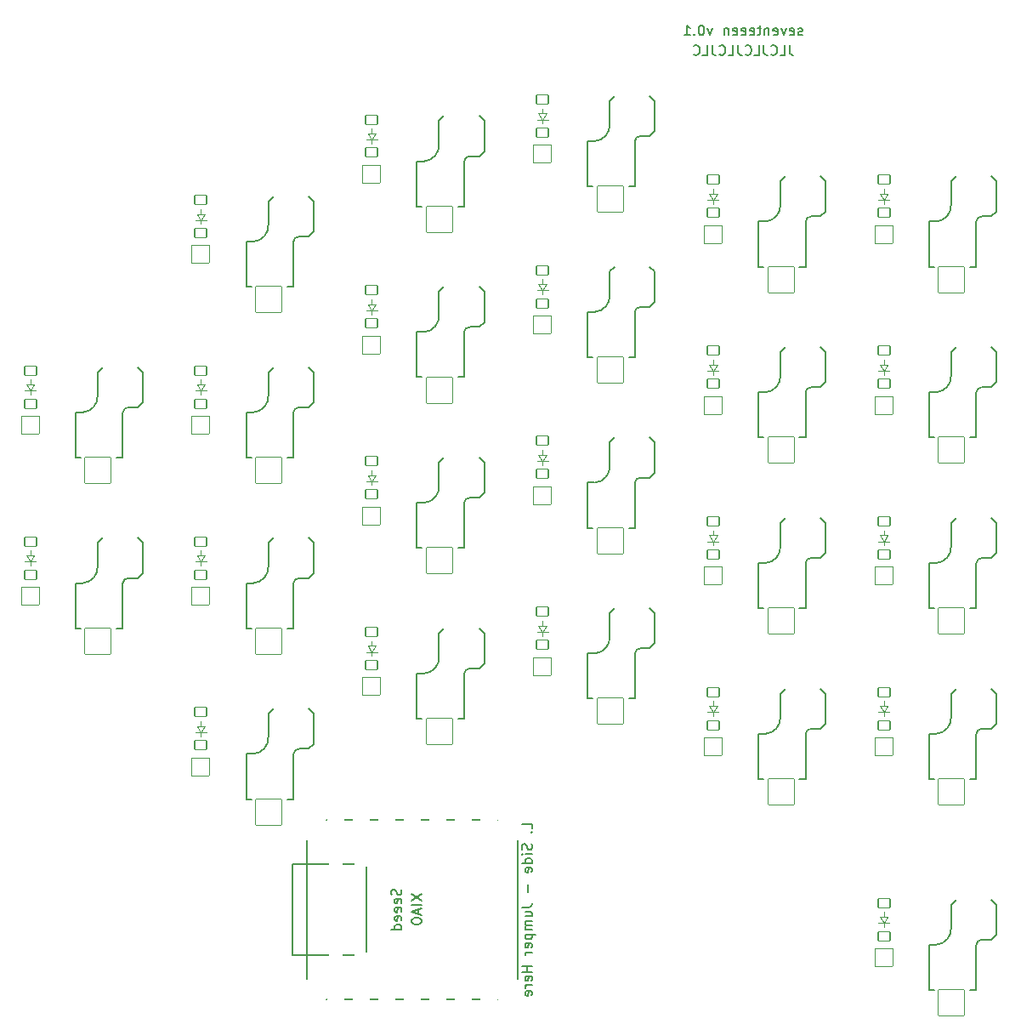
<source format=gbo>
%TF.GenerationSoftware,KiCad,Pcbnew,9.0.2*%
%TF.CreationDate,2025-05-25T15:47:58+02:00*%
%TF.ProjectId,kicad,6b696361-642e-46b6-9963-61645f706362,rev?*%
%TF.SameCoordinates,Original*%
%TF.FileFunction,Legend,Bot*%
%TF.FilePolarity,Positive*%
%FSLAX46Y46*%
G04 Gerber Fmt 4.6, Leading zero omitted, Abs format (unit mm)*
G04 Created by KiCad (PCBNEW 9.0.2) date 2025-05-25 15:47:58*
%MOMM*%
%LPD*%
G01*
G04 APERTURE LIST*
G04 Aperture macros list*
%AMRoundRect*
0 Rectangle with rounded corners*
0 $1 Rounding radius*
0 $2 $3 $4 $5 $6 $7 $8 $9 X,Y pos of 4 corners*
0 Add a 4 corners polygon primitive as box body*
4,1,4,$2,$3,$4,$5,$6,$7,$8,$9,$2,$3,0*
0 Add four circle primitives for the rounded corners*
1,1,$1+$1,$2,$3*
1,1,$1+$1,$4,$5*
1,1,$1+$1,$6,$7*
1,1,$1+$1,$8,$9*
0 Add four rect primitives between the rounded corners*
20,1,$1+$1,$2,$3,$4,$5,0*
20,1,$1+$1,$4,$5,$6,$7,0*
20,1,$1+$1,$6,$7,$8,$9,0*
20,1,$1+$1,$8,$9,$2,$3,0*%
%AMFreePoly0*
4,1,14,1.335355,1.335355,1.350000,1.300000,1.350000,-1.300000,1.335355,-1.335355,1.300000,-1.350000,-0.117000,-1.350000,-0.152355,-1.335355,-1.335355,-0.152355,-1.350000,-0.117000,-1.350000,1.300000,-1.335355,1.335355,-1.300000,1.350000,1.300000,1.350000,1.335355,1.335355,1.335355,1.335355,$1*%
%AMFreePoly1*
4,1,16,-0.214645,0.660355,-0.210957,0.656235,0.289043,0.031235,0.299694,-0.005522,0.289043,-0.031235,-0.210957,-0.656235,-0.244478,-0.674694,-0.250000,-0.675000,-0.500000,-0.675000,-0.535355,-0.660355,-0.550000,-0.625000,-0.550000,0.625000,-0.535355,0.660355,-0.500000,0.675000,-0.250000,0.675000,-0.214645,0.660355,-0.214645,0.660355,$1*%
%AMFreePoly2*
4,1,16,0.535355,0.660355,0.550000,0.625000,0.550000,-0.625000,0.535355,-0.660355,0.500000,-0.675000,-0.650000,-0.675000,-0.685355,-0.660355,-0.700000,-0.625000,-0.689043,-0.593765,-0.214031,0.000000,-0.689043,0.593765,-0.699694,0.630522,-0.681235,0.664043,-0.650000,0.675000,0.500000,0.675000,0.535355,0.660355,0.535355,0.660355,$1*%
G04 Aperture macros list end*
%ADD10C,0.150000*%
%ADD11C,0.127000*%
%ADD12C,0.100000*%
%ADD13C,3.500000*%
%ADD14C,2.000000*%
%ADD15C,3.100000*%
%ADD16FreePoly0,270.000000*%
%ADD17RoundRect,0.050000X-1.300000X1.300000X-1.300000X-1.300000X1.300000X-1.300000X1.300000X1.300000X0*%
%ADD18O,1.900000X2.850000*%
%ADD19C,0.900000*%
%ADD20FreePoly1,90.000000*%
%ADD21FreePoly2,90.000000*%
%ADD22FreePoly1,270.000000*%
%ADD23FreePoly2,270.000000*%
%ADD24RoundRect,0.050000X0.600000X-0.450000X0.600000X0.450000X-0.600000X0.450000X-0.600000X-0.450000X0*%
%ADD25RoundRect,0.050000X0.889000X-0.889000X0.889000X0.889000X-0.889000X0.889000X-0.889000X-0.889000X0*%
%ADD26C,2.005000*%
%ADD27C,2.300000*%
G04 APERTURE END LIST*
D10*
X94380952Y-15907200D02*
X94285714Y-15954819D01*
X94285714Y-15954819D02*
X94095238Y-15954819D01*
X94095238Y-15954819D02*
X94000000Y-15907200D01*
X94000000Y-15907200D02*
X93952381Y-15811961D01*
X93952381Y-15811961D02*
X93952381Y-15764342D01*
X93952381Y-15764342D02*
X94000000Y-15669104D01*
X94000000Y-15669104D02*
X94095238Y-15621485D01*
X94095238Y-15621485D02*
X94238095Y-15621485D01*
X94238095Y-15621485D02*
X94333333Y-15573866D01*
X94333333Y-15573866D02*
X94380952Y-15478628D01*
X94380952Y-15478628D02*
X94380952Y-15431009D01*
X94380952Y-15431009D02*
X94333333Y-15335771D01*
X94333333Y-15335771D02*
X94238095Y-15288152D01*
X94238095Y-15288152D02*
X94095238Y-15288152D01*
X94095238Y-15288152D02*
X94000000Y-15335771D01*
X93142857Y-15907200D02*
X93238095Y-15954819D01*
X93238095Y-15954819D02*
X93428571Y-15954819D01*
X93428571Y-15954819D02*
X93523809Y-15907200D01*
X93523809Y-15907200D02*
X93571428Y-15811961D01*
X93571428Y-15811961D02*
X93571428Y-15431009D01*
X93571428Y-15431009D02*
X93523809Y-15335771D01*
X93523809Y-15335771D02*
X93428571Y-15288152D01*
X93428571Y-15288152D02*
X93238095Y-15288152D01*
X93238095Y-15288152D02*
X93142857Y-15335771D01*
X93142857Y-15335771D02*
X93095238Y-15431009D01*
X93095238Y-15431009D02*
X93095238Y-15526247D01*
X93095238Y-15526247D02*
X93571428Y-15621485D01*
X92761904Y-15288152D02*
X92523809Y-15954819D01*
X92523809Y-15954819D02*
X92285714Y-15288152D01*
X91523809Y-15907200D02*
X91619047Y-15954819D01*
X91619047Y-15954819D02*
X91809523Y-15954819D01*
X91809523Y-15954819D02*
X91904761Y-15907200D01*
X91904761Y-15907200D02*
X91952380Y-15811961D01*
X91952380Y-15811961D02*
X91952380Y-15431009D01*
X91952380Y-15431009D02*
X91904761Y-15335771D01*
X91904761Y-15335771D02*
X91809523Y-15288152D01*
X91809523Y-15288152D02*
X91619047Y-15288152D01*
X91619047Y-15288152D02*
X91523809Y-15335771D01*
X91523809Y-15335771D02*
X91476190Y-15431009D01*
X91476190Y-15431009D02*
X91476190Y-15526247D01*
X91476190Y-15526247D02*
X91952380Y-15621485D01*
X91047618Y-15288152D02*
X91047618Y-15954819D01*
X91047618Y-15383390D02*
X90999999Y-15335771D01*
X90999999Y-15335771D02*
X90904761Y-15288152D01*
X90904761Y-15288152D02*
X90761904Y-15288152D01*
X90761904Y-15288152D02*
X90666666Y-15335771D01*
X90666666Y-15335771D02*
X90619047Y-15431009D01*
X90619047Y-15431009D02*
X90619047Y-15954819D01*
X90285713Y-15288152D02*
X89904761Y-15288152D01*
X90142856Y-14954819D02*
X90142856Y-15811961D01*
X90142856Y-15811961D02*
X90095237Y-15907200D01*
X90095237Y-15907200D02*
X89999999Y-15954819D01*
X89999999Y-15954819D02*
X89904761Y-15954819D01*
X89190475Y-15907200D02*
X89285713Y-15954819D01*
X89285713Y-15954819D02*
X89476189Y-15954819D01*
X89476189Y-15954819D02*
X89571427Y-15907200D01*
X89571427Y-15907200D02*
X89619046Y-15811961D01*
X89619046Y-15811961D02*
X89619046Y-15431009D01*
X89619046Y-15431009D02*
X89571427Y-15335771D01*
X89571427Y-15335771D02*
X89476189Y-15288152D01*
X89476189Y-15288152D02*
X89285713Y-15288152D01*
X89285713Y-15288152D02*
X89190475Y-15335771D01*
X89190475Y-15335771D02*
X89142856Y-15431009D01*
X89142856Y-15431009D02*
X89142856Y-15526247D01*
X89142856Y-15526247D02*
X89619046Y-15621485D01*
X88333332Y-15907200D02*
X88428570Y-15954819D01*
X88428570Y-15954819D02*
X88619046Y-15954819D01*
X88619046Y-15954819D02*
X88714284Y-15907200D01*
X88714284Y-15907200D02*
X88761903Y-15811961D01*
X88761903Y-15811961D02*
X88761903Y-15431009D01*
X88761903Y-15431009D02*
X88714284Y-15335771D01*
X88714284Y-15335771D02*
X88619046Y-15288152D01*
X88619046Y-15288152D02*
X88428570Y-15288152D01*
X88428570Y-15288152D02*
X88333332Y-15335771D01*
X88333332Y-15335771D02*
X88285713Y-15431009D01*
X88285713Y-15431009D02*
X88285713Y-15526247D01*
X88285713Y-15526247D02*
X88761903Y-15621485D01*
X87476189Y-15907200D02*
X87571427Y-15954819D01*
X87571427Y-15954819D02*
X87761903Y-15954819D01*
X87761903Y-15954819D02*
X87857141Y-15907200D01*
X87857141Y-15907200D02*
X87904760Y-15811961D01*
X87904760Y-15811961D02*
X87904760Y-15431009D01*
X87904760Y-15431009D02*
X87857141Y-15335771D01*
X87857141Y-15335771D02*
X87761903Y-15288152D01*
X87761903Y-15288152D02*
X87571427Y-15288152D01*
X87571427Y-15288152D02*
X87476189Y-15335771D01*
X87476189Y-15335771D02*
X87428570Y-15431009D01*
X87428570Y-15431009D02*
X87428570Y-15526247D01*
X87428570Y-15526247D02*
X87904760Y-15621485D01*
X86999998Y-15288152D02*
X86999998Y-15954819D01*
X86999998Y-15383390D02*
X86952379Y-15335771D01*
X86952379Y-15335771D02*
X86857141Y-15288152D01*
X86857141Y-15288152D02*
X86714284Y-15288152D01*
X86714284Y-15288152D02*
X86619046Y-15335771D01*
X86619046Y-15335771D02*
X86571427Y-15431009D01*
X86571427Y-15431009D02*
X86571427Y-15954819D01*
X85428569Y-15288152D02*
X85190474Y-15954819D01*
X85190474Y-15954819D02*
X84952379Y-15288152D01*
X84380950Y-14954819D02*
X84285712Y-14954819D01*
X84285712Y-14954819D02*
X84190474Y-15002438D01*
X84190474Y-15002438D02*
X84142855Y-15050057D01*
X84142855Y-15050057D02*
X84095236Y-15145295D01*
X84095236Y-15145295D02*
X84047617Y-15335771D01*
X84047617Y-15335771D02*
X84047617Y-15573866D01*
X84047617Y-15573866D02*
X84095236Y-15764342D01*
X84095236Y-15764342D02*
X84142855Y-15859580D01*
X84142855Y-15859580D02*
X84190474Y-15907200D01*
X84190474Y-15907200D02*
X84285712Y-15954819D01*
X84285712Y-15954819D02*
X84380950Y-15954819D01*
X84380950Y-15954819D02*
X84476188Y-15907200D01*
X84476188Y-15907200D02*
X84523807Y-15859580D01*
X84523807Y-15859580D02*
X84571426Y-15764342D01*
X84571426Y-15764342D02*
X84619045Y-15573866D01*
X84619045Y-15573866D02*
X84619045Y-15335771D01*
X84619045Y-15335771D02*
X84571426Y-15145295D01*
X84571426Y-15145295D02*
X84523807Y-15050057D01*
X84523807Y-15050057D02*
X84476188Y-15002438D01*
X84476188Y-15002438D02*
X84380950Y-14954819D01*
X83619045Y-15859580D02*
X83571426Y-15907200D01*
X83571426Y-15907200D02*
X83619045Y-15954819D01*
X83619045Y-15954819D02*
X83666664Y-15907200D01*
X83666664Y-15907200D02*
X83619045Y-15859580D01*
X83619045Y-15859580D02*
X83619045Y-15954819D01*
X82619046Y-15954819D02*
X83190474Y-15954819D01*
X82904760Y-15954819D02*
X82904760Y-14954819D01*
X82904760Y-14954819D02*
X82999998Y-15097676D01*
X82999998Y-15097676D02*
X83095236Y-15192914D01*
X83095236Y-15192914D02*
X83190474Y-15240533D01*
X93119048Y-16954819D02*
X93119048Y-17669104D01*
X93119048Y-17669104D02*
X93166667Y-17811961D01*
X93166667Y-17811961D02*
X93261905Y-17907200D01*
X93261905Y-17907200D02*
X93404762Y-17954819D01*
X93404762Y-17954819D02*
X93500000Y-17954819D01*
X92166667Y-17954819D02*
X92642857Y-17954819D01*
X92642857Y-17954819D02*
X92642857Y-16954819D01*
X91261905Y-17859580D02*
X91309524Y-17907200D01*
X91309524Y-17907200D02*
X91452381Y-17954819D01*
X91452381Y-17954819D02*
X91547619Y-17954819D01*
X91547619Y-17954819D02*
X91690476Y-17907200D01*
X91690476Y-17907200D02*
X91785714Y-17811961D01*
X91785714Y-17811961D02*
X91833333Y-17716723D01*
X91833333Y-17716723D02*
X91880952Y-17526247D01*
X91880952Y-17526247D02*
X91880952Y-17383390D01*
X91880952Y-17383390D02*
X91833333Y-17192914D01*
X91833333Y-17192914D02*
X91785714Y-17097676D01*
X91785714Y-17097676D02*
X91690476Y-17002438D01*
X91690476Y-17002438D02*
X91547619Y-16954819D01*
X91547619Y-16954819D02*
X91452381Y-16954819D01*
X91452381Y-16954819D02*
X91309524Y-17002438D01*
X91309524Y-17002438D02*
X91261905Y-17050057D01*
X90547619Y-16954819D02*
X90547619Y-17669104D01*
X90547619Y-17669104D02*
X90595238Y-17811961D01*
X90595238Y-17811961D02*
X90690476Y-17907200D01*
X90690476Y-17907200D02*
X90833333Y-17954819D01*
X90833333Y-17954819D02*
X90928571Y-17954819D01*
X89595238Y-17954819D02*
X90071428Y-17954819D01*
X90071428Y-17954819D02*
X90071428Y-16954819D01*
X88690476Y-17859580D02*
X88738095Y-17907200D01*
X88738095Y-17907200D02*
X88880952Y-17954819D01*
X88880952Y-17954819D02*
X88976190Y-17954819D01*
X88976190Y-17954819D02*
X89119047Y-17907200D01*
X89119047Y-17907200D02*
X89214285Y-17811961D01*
X89214285Y-17811961D02*
X89261904Y-17716723D01*
X89261904Y-17716723D02*
X89309523Y-17526247D01*
X89309523Y-17526247D02*
X89309523Y-17383390D01*
X89309523Y-17383390D02*
X89261904Y-17192914D01*
X89261904Y-17192914D02*
X89214285Y-17097676D01*
X89214285Y-17097676D02*
X89119047Y-17002438D01*
X89119047Y-17002438D02*
X88976190Y-16954819D01*
X88976190Y-16954819D02*
X88880952Y-16954819D01*
X88880952Y-16954819D02*
X88738095Y-17002438D01*
X88738095Y-17002438D02*
X88690476Y-17050057D01*
X87976190Y-16954819D02*
X87976190Y-17669104D01*
X87976190Y-17669104D02*
X88023809Y-17811961D01*
X88023809Y-17811961D02*
X88119047Y-17907200D01*
X88119047Y-17907200D02*
X88261904Y-17954819D01*
X88261904Y-17954819D02*
X88357142Y-17954819D01*
X87023809Y-17954819D02*
X87499999Y-17954819D01*
X87499999Y-17954819D02*
X87499999Y-16954819D01*
X86119047Y-17859580D02*
X86166666Y-17907200D01*
X86166666Y-17907200D02*
X86309523Y-17954819D01*
X86309523Y-17954819D02*
X86404761Y-17954819D01*
X86404761Y-17954819D02*
X86547618Y-17907200D01*
X86547618Y-17907200D02*
X86642856Y-17811961D01*
X86642856Y-17811961D02*
X86690475Y-17716723D01*
X86690475Y-17716723D02*
X86738094Y-17526247D01*
X86738094Y-17526247D02*
X86738094Y-17383390D01*
X86738094Y-17383390D02*
X86690475Y-17192914D01*
X86690475Y-17192914D02*
X86642856Y-17097676D01*
X86642856Y-17097676D02*
X86547618Y-17002438D01*
X86547618Y-17002438D02*
X86404761Y-16954819D01*
X86404761Y-16954819D02*
X86309523Y-16954819D01*
X86309523Y-16954819D02*
X86166666Y-17002438D01*
X86166666Y-17002438D02*
X86119047Y-17050057D01*
X85404761Y-16954819D02*
X85404761Y-17669104D01*
X85404761Y-17669104D02*
X85452380Y-17811961D01*
X85452380Y-17811961D02*
X85547618Y-17907200D01*
X85547618Y-17907200D02*
X85690475Y-17954819D01*
X85690475Y-17954819D02*
X85785713Y-17954819D01*
X84452380Y-17954819D02*
X84928570Y-17954819D01*
X84928570Y-17954819D02*
X84928570Y-16954819D01*
X83547618Y-17859580D02*
X83595237Y-17907200D01*
X83595237Y-17907200D02*
X83738094Y-17954819D01*
X83738094Y-17954819D02*
X83833332Y-17954819D01*
X83833332Y-17954819D02*
X83976189Y-17907200D01*
X83976189Y-17907200D02*
X84071427Y-17811961D01*
X84071427Y-17811961D02*
X84119046Y-17716723D01*
X84119046Y-17716723D02*
X84166665Y-17526247D01*
X84166665Y-17526247D02*
X84166665Y-17383390D01*
X84166665Y-17383390D02*
X84119046Y-17192914D01*
X84119046Y-17192914D02*
X84071427Y-17097676D01*
X84071427Y-17097676D02*
X83976189Y-17002438D01*
X83976189Y-17002438D02*
X83833332Y-16954819D01*
X83833332Y-16954819D02*
X83738094Y-16954819D01*
X83738094Y-16954819D02*
X83595237Y-17002438D01*
X83595237Y-17002438D02*
X83547618Y-17050057D01*
X55454819Y-101476191D02*
X56454819Y-102142857D01*
X55454819Y-102142857D02*
X56454819Y-101476191D01*
X56454819Y-102523810D02*
X55454819Y-102523810D01*
X56169104Y-102952381D02*
X56169104Y-103428571D01*
X56454819Y-102857143D02*
X55454819Y-103190476D01*
X55454819Y-103190476D02*
X56454819Y-103523809D01*
X55454819Y-104047619D02*
X55454819Y-104238095D01*
X55454819Y-104238095D02*
X55502438Y-104333333D01*
X55502438Y-104333333D02*
X55597676Y-104428571D01*
X55597676Y-104428571D02*
X55788152Y-104476190D01*
X55788152Y-104476190D02*
X56121485Y-104476190D01*
X56121485Y-104476190D02*
X56311961Y-104428571D01*
X56311961Y-104428571D02*
X56407200Y-104333333D01*
X56407200Y-104333333D02*
X56454819Y-104238095D01*
X56454819Y-104238095D02*
X56454819Y-104047619D01*
X56454819Y-104047619D02*
X56407200Y-103952381D01*
X56407200Y-103952381D02*
X56311961Y-103857143D01*
X56311961Y-103857143D02*
X56121485Y-103809524D01*
X56121485Y-103809524D02*
X55788152Y-103809524D01*
X55788152Y-103809524D02*
X55597676Y-103857143D01*
X55597676Y-103857143D02*
X55502438Y-103952381D01*
X55502438Y-103952381D02*
X55454819Y-104047619D01*
X54407200Y-100976190D02*
X54454819Y-101119047D01*
X54454819Y-101119047D02*
X54454819Y-101357142D01*
X54454819Y-101357142D02*
X54407200Y-101452380D01*
X54407200Y-101452380D02*
X54359580Y-101499999D01*
X54359580Y-101499999D02*
X54264342Y-101547618D01*
X54264342Y-101547618D02*
X54169104Y-101547618D01*
X54169104Y-101547618D02*
X54073866Y-101499999D01*
X54073866Y-101499999D02*
X54026247Y-101452380D01*
X54026247Y-101452380D02*
X53978628Y-101357142D01*
X53978628Y-101357142D02*
X53931009Y-101166666D01*
X53931009Y-101166666D02*
X53883390Y-101071428D01*
X53883390Y-101071428D02*
X53835771Y-101023809D01*
X53835771Y-101023809D02*
X53740533Y-100976190D01*
X53740533Y-100976190D02*
X53645295Y-100976190D01*
X53645295Y-100976190D02*
X53550057Y-101023809D01*
X53550057Y-101023809D02*
X53502438Y-101071428D01*
X53502438Y-101071428D02*
X53454819Y-101166666D01*
X53454819Y-101166666D02*
X53454819Y-101404761D01*
X53454819Y-101404761D02*
X53502438Y-101547618D01*
X54407200Y-102357142D02*
X54454819Y-102261904D01*
X54454819Y-102261904D02*
X54454819Y-102071428D01*
X54454819Y-102071428D02*
X54407200Y-101976190D01*
X54407200Y-101976190D02*
X54311961Y-101928571D01*
X54311961Y-101928571D02*
X53931009Y-101928571D01*
X53931009Y-101928571D02*
X53835771Y-101976190D01*
X53835771Y-101976190D02*
X53788152Y-102071428D01*
X53788152Y-102071428D02*
X53788152Y-102261904D01*
X53788152Y-102261904D02*
X53835771Y-102357142D01*
X53835771Y-102357142D02*
X53931009Y-102404761D01*
X53931009Y-102404761D02*
X54026247Y-102404761D01*
X54026247Y-102404761D02*
X54121485Y-101928571D01*
X54407200Y-103214285D02*
X54454819Y-103119047D01*
X54454819Y-103119047D02*
X54454819Y-102928571D01*
X54454819Y-102928571D02*
X54407200Y-102833333D01*
X54407200Y-102833333D02*
X54311961Y-102785714D01*
X54311961Y-102785714D02*
X53931009Y-102785714D01*
X53931009Y-102785714D02*
X53835771Y-102833333D01*
X53835771Y-102833333D02*
X53788152Y-102928571D01*
X53788152Y-102928571D02*
X53788152Y-103119047D01*
X53788152Y-103119047D02*
X53835771Y-103214285D01*
X53835771Y-103214285D02*
X53931009Y-103261904D01*
X53931009Y-103261904D02*
X54026247Y-103261904D01*
X54026247Y-103261904D02*
X54121485Y-102785714D01*
X54407200Y-104071428D02*
X54454819Y-103976190D01*
X54454819Y-103976190D02*
X54454819Y-103785714D01*
X54454819Y-103785714D02*
X54407200Y-103690476D01*
X54407200Y-103690476D02*
X54311961Y-103642857D01*
X54311961Y-103642857D02*
X53931009Y-103642857D01*
X53931009Y-103642857D02*
X53835771Y-103690476D01*
X53835771Y-103690476D02*
X53788152Y-103785714D01*
X53788152Y-103785714D02*
X53788152Y-103976190D01*
X53788152Y-103976190D02*
X53835771Y-104071428D01*
X53835771Y-104071428D02*
X53931009Y-104119047D01*
X53931009Y-104119047D02*
X54026247Y-104119047D01*
X54026247Y-104119047D02*
X54121485Y-103642857D01*
X54454819Y-104976190D02*
X53454819Y-104976190D01*
X54407200Y-104976190D02*
X54454819Y-104880952D01*
X54454819Y-104880952D02*
X54454819Y-104690476D01*
X54454819Y-104690476D02*
X54407200Y-104595238D01*
X54407200Y-104595238D02*
X54359580Y-104547619D01*
X54359580Y-104547619D02*
X54264342Y-104500000D01*
X54264342Y-104500000D02*
X53978628Y-104500000D01*
X53978628Y-104500000D02*
X53883390Y-104547619D01*
X53883390Y-104547619D02*
X53835771Y-104595238D01*
X53835771Y-104595238D02*
X53788152Y-104690476D01*
X53788152Y-104690476D02*
X53788152Y-104880952D01*
X53788152Y-104880952D02*
X53835771Y-104976190D01*
X67454819Y-94952380D02*
X67454819Y-94476190D01*
X67454819Y-94476190D02*
X66454819Y-94476190D01*
X67359580Y-95285714D02*
X67407200Y-95333333D01*
X67407200Y-95333333D02*
X67454819Y-95285714D01*
X67454819Y-95285714D02*
X67407200Y-95238095D01*
X67407200Y-95238095D02*
X67359580Y-95285714D01*
X67359580Y-95285714D02*
X67454819Y-95285714D01*
X67407200Y-96476190D02*
X67454819Y-96619047D01*
X67454819Y-96619047D02*
X67454819Y-96857142D01*
X67454819Y-96857142D02*
X67407200Y-96952380D01*
X67407200Y-96952380D02*
X67359580Y-96999999D01*
X67359580Y-96999999D02*
X67264342Y-97047618D01*
X67264342Y-97047618D02*
X67169104Y-97047618D01*
X67169104Y-97047618D02*
X67073866Y-96999999D01*
X67073866Y-96999999D02*
X67026247Y-96952380D01*
X67026247Y-96952380D02*
X66978628Y-96857142D01*
X66978628Y-96857142D02*
X66931009Y-96666666D01*
X66931009Y-96666666D02*
X66883390Y-96571428D01*
X66883390Y-96571428D02*
X66835771Y-96523809D01*
X66835771Y-96523809D02*
X66740533Y-96476190D01*
X66740533Y-96476190D02*
X66645295Y-96476190D01*
X66645295Y-96476190D02*
X66550057Y-96523809D01*
X66550057Y-96523809D02*
X66502438Y-96571428D01*
X66502438Y-96571428D02*
X66454819Y-96666666D01*
X66454819Y-96666666D02*
X66454819Y-96904761D01*
X66454819Y-96904761D02*
X66502438Y-97047618D01*
X67454819Y-97476190D02*
X66788152Y-97476190D01*
X66454819Y-97476190D02*
X66502438Y-97428571D01*
X66502438Y-97428571D02*
X66550057Y-97476190D01*
X66550057Y-97476190D02*
X66502438Y-97523809D01*
X66502438Y-97523809D02*
X66454819Y-97476190D01*
X66454819Y-97476190D02*
X66550057Y-97476190D01*
X67454819Y-98380951D02*
X66454819Y-98380951D01*
X67407200Y-98380951D02*
X67454819Y-98285713D01*
X67454819Y-98285713D02*
X67454819Y-98095237D01*
X67454819Y-98095237D02*
X67407200Y-97999999D01*
X67407200Y-97999999D02*
X67359580Y-97952380D01*
X67359580Y-97952380D02*
X67264342Y-97904761D01*
X67264342Y-97904761D02*
X66978628Y-97904761D01*
X66978628Y-97904761D02*
X66883390Y-97952380D01*
X66883390Y-97952380D02*
X66835771Y-97999999D01*
X66835771Y-97999999D02*
X66788152Y-98095237D01*
X66788152Y-98095237D02*
X66788152Y-98285713D01*
X66788152Y-98285713D02*
X66835771Y-98380951D01*
X67407200Y-99238094D02*
X67454819Y-99142856D01*
X67454819Y-99142856D02*
X67454819Y-98952380D01*
X67454819Y-98952380D02*
X67407200Y-98857142D01*
X67407200Y-98857142D02*
X67311961Y-98809523D01*
X67311961Y-98809523D02*
X66931009Y-98809523D01*
X66931009Y-98809523D02*
X66835771Y-98857142D01*
X66835771Y-98857142D02*
X66788152Y-98952380D01*
X66788152Y-98952380D02*
X66788152Y-99142856D01*
X66788152Y-99142856D02*
X66835771Y-99238094D01*
X66835771Y-99238094D02*
X66931009Y-99285713D01*
X66931009Y-99285713D02*
X67026247Y-99285713D01*
X67026247Y-99285713D02*
X67121485Y-98809523D01*
X67073866Y-100476190D02*
X67073866Y-101238095D01*
X66454819Y-102761904D02*
X67169104Y-102761904D01*
X67169104Y-102761904D02*
X67311961Y-102714285D01*
X67311961Y-102714285D02*
X67407200Y-102619047D01*
X67407200Y-102619047D02*
X67454819Y-102476190D01*
X67454819Y-102476190D02*
X67454819Y-102380952D01*
X66788152Y-103666666D02*
X67454819Y-103666666D01*
X66788152Y-103238095D02*
X67311961Y-103238095D01*
X67311961Y-103238095D02*
X67407200Y-103285714D01*
X67407200Y-103285714D02*
X67454819Y-103380952D01*
X67454819Y-103380952D02*
X67454819Y-103523809D01*
X67454819Y-103523809D02*
X67407200Y-103619047D01*
X67407200Y-103619047D02*
X67359580Y-103666666D01*
X67454819Y-104142857D02*
X66788152Y-104142857D01*
X66883390Y-104142857D02*
X66835771Y-104190476D01*
X66835771Y-104190476D02*
X66788152Y-104285714D01*
X66788152Y-104285714D02*
X66788152Y-104428571D01*
X66788152Y-104428571D02*
X66835771Y-104523809D01*
X66835771Y-104523809D02*
X66931009Y-104571428D01*
X66931009Y-104571428D02*
X67454819Y-104571428D01*
X66931009Y-104571428D02*
X66835771Y-104619047D01*
X66835771Y-104619047D02*
X66788152Y-104714285D01*
X66788152Y-104714285D02*
X66788152Y-104857142D01*
X66788152Y-104857142D02*
X66835771Y-104952381D01*
X66835771Y-104952381D02*
X66931009Y-105000000D01*
X66931009Y-105000000D02*
X67454819Y-105000000D01*
X66788152Y-105476190D02*
X67788152Y-105476190D01*
X66835771Y-105476190D02*
X66788152Y-105571428D01*
X66788152Y-105571428D02*
X66788152Y-105761904D01*
X66788152Y-105761904D02*
X66835771Y-105857142D01*
X66835771Y-105857142D02*
X66883390Y-105904761D01*
X66883390Y-105904761D02*
X66978628Y-105952380D01*
X66978628Y-105952380D02*
X67264342Y-105952380D01*
X67264342Y-105952380D02*
X67359580Y-105904761D01*
X67359580Y-105904761D02*
X67407200Y-105857142D01*
X67407200Y-105857142D02*
X67454819Y-105761904D01*
X67454819Y-105761904D02*
X67454819Y-105571428D01*
X67454819Y-105571428D02*
X67407200Y-105476190D01*
X67407200Y-106761904D02*
X67454819Y-106666666D01*
X67454819Y-106666666D02*
X67454819Y-106476190D01*
X67454819Y-106476190D02*
X67407200Y-106380952D01*
X67407200Y-106380952D02*
X67311961Y-106333333D01*
X67311961Y-106333333D02*
X66931009Y-106333333D01*
X66931009Y-106333333D02*
X66835771Y-106380952D01*
X66835771Y-106380952D02*
X66788152Y-106476190D01*
X66788152Y-106476190D02*
X66788152Y-106666666D01*
X66788152Y-106666666D02*
X66835771Y-106761904D01*
X66835771Y-106761904D02*
X66931009Y-106809523D01*
X66931009Y-106809523D02*
X67026247Y-106809523D01*
X67026247Y-106809523D02*
X67121485Y-106333333D01*
X67454819Y-107238095D02*
X66788152Y-107238095D01*
X66978628Y-107238095D02*
X66883390Y-107285714D01*
X66883390Y-107285714D02*
X66835771Y-107333333D01*
X66835771Y-107333333D02*
X66788152Y-107428571D01*
X66788152Y-107428571D02*
X66788152Y-107523809D01*
X67454819Y-108619048D02*
X66454819Y-108619048D01*
X66931009Y-108619048D02*
X66931009Y-109190476D01*
X67454819Y-109190476D02*
X66454819Y-109190476D01*
X67407200Y-110047619D02*
X67454819Y-109952381D01*
X67454819Y-109952381D02*
X67454819Y-109761905D01*
X67454819Y-109761905D02*
X67407200Y-109666667D01*
X67407200Y-109666667D02*
X67311961Y-109619048D01*
X67311961Y-109619048D02*
X66931009Y-109619048D01*
X66931009Y-109619048D02*
X66835771Y-109666667D01*
X66835771Y-109666667D02*
X66788152Y-109761905D01*
X66788152Y-109761905D02*
X66788152Y-109952381D01*
X66788152Y-109952381D02*
X66835771Y-110047619D01*
X66835771Y-110047619D02*
X66931009Y-110095238D01*
X66931009Y-110095238D02*
X67026247Y-110095238D01*
X67026247Y-110095238D02*
X67121485Y-109619048D01*
X67454819Y-110523810D02*
X66788152Y-110523810D01*
X66978628Y-110523810D02*
X66883390Y-110571429D01*
X66883390Y-110571429D02*
X66835771Y-110619048D01*
X66835771Y-110619048D02*
X66788152Y-110714286D01*
X66788152Y-110714286D02*
X66788152Y-110809524D01*
X67407200Y-111523810D02*
X67454819Y-111428572D01*
X67454819Y-111428572D02*
X67454819Y-111238096D01*
X67454819Y-111238096D02*
X67407200Y-111142858D01*
X67407200Y-111142858D02*
X67311961Y-111095239D01*
X67311961Y-111095239D02*
X66931009Y-111095239D01*
X66931009Y-111095239D02*
X66835771Y-111142858D01*
X66835771Y-111142858D02*
X66788152Y-111238096D01*
X66788152Y-111238096D02*
X66788152Y-111428572D01*
X66788152Y-111428572D02*
X66835771Y-111523810D01*
X66835771Y-111523810D02*
X66931009Y-111571429D01*
X66931009Y-111571429D02*
X67026247Y-111571429D01*
X67026247Y-111571429D02*
X67121485Y-111095239D01*
%TO.C,S1*%
X28700000Y-66500000D02*
X28200000Y-66000000D01*
X28700000Y-69500000D02*
X28700000Y-66500000D01*
X28200000Y-70000000D02*
X28700000Y-69500000D01*
X28200000Y-70000000D02*
X27280000Y-70000000D01*
X26700000Y-70520000D02*
X26700000Y-75000000D01*
X26700000Y-75000000D02*
X26100000Y-75000000D01*
X26700000Y-70520000D02*
G75*
G02*
X27280000Y-70000000I550000J-30000D01*
G01*
X24200000Y-66500000D02*
X24700000Y-66000000D01*
X24200000Y-68800000D02*
X24200000Y-66500000D01*
X22000000Y-70500000D02*
X22700000Y-70500000D01*
X22000000Y-75000000D02*
X22000000Y-70500000D01*
X22500000Y-75000000D02*
X22000000Y-75000000D01*
X24200000Y-68800000D02*
G75*
G02*
X22720000Y-70500000I-1590000J-110000D01*
G01*
%TO.C,S2*%
X28700000Y-49500000D02*
X28200000Y-49000000D01*
X28700000Y-52500000D02*
X28700000Y-49500000D01*
X28200000Y-53000000D02*
X28700000Y-52500000D01*
X28200000Y-53000000D02*
X27280000Y-53000000D01*
X26700000Y-53520000D02*
X26700000Y-58000000D01*
X26700000Y-58000000D02*
X26100000Y-58000000D01*
X26700000Y-53520000D02*
G75*
G02*
X27280000Y-53000000I550000J-30000D01*
G01*
X24200000Y-49500000D02*
X24700000Y-49000000D01*
X24200000Y-51800000D02*
X24200000Y-49500000D01*
X22000000Y-53500000D02*
X22700000Y-53500000D01*
X22000000Y-58000000D02*
X22000000Y-53500000D01*
X22500000Y-58000000D02*
X22000000Y-58000000D01*
X24200000Y-51800000D02*
G75*
G02*
X22720000Y-53500000I-1590000J-110000D01*
G01*
%TO.C,S3*%
X45700000Y-83500000D02*
X45200000Y-83000000D01*
X45700000Y-86500000D02*
X45700000Y-83500000D01*
X45200000Y-87000000D02*
X45700000Y-86500000D01*
X45200000Y-87000000D02*
X44280000Y-87000000D01*
X43700000Y-87520000D02*
X43700000Y-92000000D01*
X43700000Y-92000000D02*
X43100000Y-92000000D01*
X43700000Y-87520000D02*
G75*
G02*
X44280000Y-87000000I550000J-30000D01*
G01*
X41200000Y-83500000D02*
X41700000Y-83000000D01*
X41200000Y-85800000D02*
X41200000Y-83500000D01*
X39000000Y-87500000D02*
X39700000Y-87500000D01*
X39000000Y-92000000D02*
X39000000Y-87500000D01*
X39500000Y-92000000D02*
X39000000Y-92000000D01*
X41200000Y-85800000D02*
G75*
G02*
X39720000Y-87500000I-1590000J-110000D01*
G01*
%TO.C,S4*%
X45700000Y-66500000D02*
X45200000Y-66000000D01*
X45700000Y-69500000D02*
X45700000Y-66500000D01*
X45200000Y-70000000D02*
X45700000Y-69500000D01*
X45200000Y-70000000D02*
X44280000Y-70000000D01*
X43700000Y-70520000D02*
X43700000Y-75000000D01*
X43700000Y-75000000D02*
X43100000Y-75000000D01*
X43700000Y-70520000D02*
G75*
G02*
X44280000Y-70000000I550000J-30000D01*
G01*
X41200000Y-66500000D02*
X41700000Y-66000000D01*
X41200000Y-68800000D02*
X41200000Y-66500000D01*
X39000000Y-70500000D02*
X39700000Y-70500000D01*
X39000000Y-75000000D02*
X39000000Y-70500000D01*
X39500000Y-75000000D02*
X39000000Y-75000000D01*
X41200000Y-68800000D02*
G75*
G02*
X39720000Y-70500000I-1590000J-110000D01*
G01*
%TO.C,S5*%
X45700000Y-49500000D02*
X45200000Y-49000000D01*
X45700000Y-52500000D02*
X45700000Y-49500000D01*
X45200000Y-53000000D02*
X45700000Y-52500000D01*
X45200000Y-53000000D02*
X44280000Y-53000000D01*
X43700000Y-53520000D02*
X43700000Y-58000000D01*
X43700000Y-58000000D02*
X43100000Y-58000000D01*
X43700000Y-53520000D02*
G75*
G02*
X44280000Y-53000000I550000J-30000D01*
G01*
X41200000Y-49500000D02*
X41700000Y-49000000D01*
X41200000Y-51800000D02*
X41200000Y-49500000D01*
X39000000Y-53500000D02*
X39700000Y-53500000D01*
X39000000Y-58000000D02*
X39000000Y-53500000D01*
X39500000Y-58000000D02*
X39000000Y-58000000D01*
X41200000Y-51800000D02*
G75*
G02*
X39720000Y-53500000I-1590000J-110000D01*
G01*
%TO.C,S6*%
X45700000Y-32500000D02*
X45200000Y-32000000D01*
X45700000Y-35500000D02*
X45700000Y-32500000D01*
X45200000Y-36000000D02*
X45700000Y-35500000D01*
X45200000Y-36000000D02*
X44280000Y-36000000D01*
X43700000Y-36520000D02*
X43700000Y-41000000D01*
X43700000Y-41000000D02*
X43100000Y-41000000D01*
X43700000Y-36520000D02*
G75*
G02*
X44280000Y-36000000I550000J-30000D01*
G01*
X41200000Y-32500000D02*
X41700000Y-32000000D01*
X41200000Y-34800000D02*
X41200000Y-32500000D01*
X39000000Y-36500000D02*
X39700000Y-36500000D01*
X39000000Y-41000000D02*
X39000000Y-36500000D01*
X39500000Y-41000000D02*
X39000000Y-41000000D01*
X41200000Y-34800000D02*
G75*
G02*
X39720000Y-36500000I-1590000J-110000D01*
G01*
%TO.C,S7*%
X62700000Y-75500000D02*
X62200000Y-75000000D01*
X62700000Y-78500000D02*
X62700000Y-75500000D01*
X62200000Y-79000000D02*
X62700000Y-78500000D01*
X62200000Y-79000000D02*
X61280000Y-79000000D01*
X60700000Y-79520000D02*
X60700000Y-84000000D01*
X60700000Y-84000000D02*
X60100000Y-84000000D01*
X60700000Y-79520000D02*
G75*
G02*
X61280000Y-79000000I550000J-30000D01*
G01*
X58200000Y-75500000D02*
X58700000Y-75000000D01*
X58200000Y-77800000D02*
X58200000Y-75500000D01*
X56000000Y-79500000D02*
X56700000Y-79500000D01*
X56000000Y-84000000D02*
X56000000Y-79500000D01*
X56500000Y-84000000D02*
X56000000Y-84000000D01*
X58200000Y-77800000D02*
G75*
G02*
X56720000Y-79500000I-1590000J-110000D01*
G01*
%TO.C,S8*%
X62700000Y-58500000D02*
X62200000Y-58000000D01*
X62700000Y-61500000D02*
X62700000Y-58500000D01*
X62200000Y-62000000D02*
X62700000Y-61500000D01*
X62200000Y-62000000D02*
X61280000Y-62000000D01*
X60700000Y-62520000D02*
X60700000Y-67000000D01*
X60700000Y-67000000D02*
X60100000Y-67000000D01*
X60700000Y-62520000D02*
G75*
G02*
X61280000Y-62000000I550000J-30000D01*
G01*
X58200000Y-58500000D02*
X58700000Y-58000000D01*
X58200000Y-60800000D02*
X58200000Y-58500000D01*
X56000000Y-62500000D02*
X56700000Y-62500000D01*
X56000000Y-67000000D02*
X56000000Y-62500000D01*
X56500000Y-67000000D02*
X56000000Y-67000000D01*
X58200000Y-60800000D02*
G75*
G02*
X56720000Y-62500000I-1590000J-110000D01*
G01*
%TO.C,S9*%
X62700000Y-41500000D02*
X62200000Y-41000000D01*
X62700000Y-44500000D02*
X62700000Y-41500000D01*
X62200000Y-45000000D02*
X62700000Y-44500000D01*
X62200000Y-45000000D02*
X61280000Y-45000000D01*
X60700000Y-45520000D02*
X60700000Y-50000000D01*
X60700000Y-50000000D02*
X60100000Y-50000000D01*
X60700000Y-45520000D02*
G75*
G02*
X61280000Y-45000000I550000J-30000D01*
G01*
X58200000Y-41500000D02*
X58700000Y-41000000D01*
X58200000Y-43800000D02*
X58200000Y-41500000D01*
X56000000Y-45500000D02*
X56700000Y-45500000D01*
X56000000Y-50000000D02*
X56000000Y-45500000D01*
X56500000Y-50000000D02*
X56000000Y-50000000D01*
X58200000Y-43800000D02*
G75*
G02*
X56720000Y-45500000I-1590000J-110000D01*
G01*
%TO.C,S10*%
X62700000Y-24500000D02*
X62200000Y-24000000D01*
X62700000Y-27500000D02*
X62700000Y-24500000D01*
X62200000Y-28000000D02*
X62700000Y-27500000D01*
X62200000Y-28000000D02*
X61280000Y-28000000D01*
X60700000Y-28520000D02*
X60700000Y-33000000D01*
X60700000Y-33000000D02*
X60100000Y-33000000D01*
X60700000Y-28520000D02*
G75*
G02*
X61280000Y-28000000I550000J-30000D01*
G01*
X58200000Y-24500000D02*
X58700000Y-24000000D01*
X58200000Y-26800000D02*
X58200000Y-24500000D01*
X56000000Y-28500000D02*
X56700000Y-28500000D01*
X56000000Y-33000000D02*
X56000000Y-28500000D01*
X56500000Y-33000000D02*
X56000000Y-33000000D01*
X58200000Y-26800000D02*
G75*
G02*
X56720000Y-28500000I-1590000J-110000D01*
G01*
%TO.C,S11*%
X79700000Y-73500000D02*
X79200000Y-73000000D01*
X79700000Y-76500000D02*
X79700000Y-73500000D01*
X79200000Y-77000000D02*
X79700000Y-76500000D01*
X79200000Y-77000000D02*
X78280000Y-77000000D01*
X77700000Y-77520000D02*
X77700000Y-82000000D01*
X77700000Y-82000000D02*
X77100000Y-82000000D01*
X77700000Y-77520000D02*
G75*
G02*
X78280000Y-77000000I550000J-30000D01*
G01*
X75200000Y-73500000D02*
X75700000Y-73000000D01*
X75200000Y-75800000D02*
X75200000Y-73500000D01*
X73000000Y-77500000D02*
X73700000Y-77500000D01*
X73000000Y-82000000D02*
X73000000Y-77500000D01*
X73500000Y-82000000D02*
X73000000Y-82000000D01*
X75200000Y-75800000D02*
G75*
G02*
X73720000Y-77500000I-1590000J-110000D01*
G01*
%TO.C,S12*%
X79700000Y-56500000D02*
X79200000Y-56000000D01*
X79700000Y-59500000D02*
X79700000Y-56500000D01*
X79200000Y-60000000D02*
X79700000Y-59500000D01*
X79200000Y-60000000D02*
X78280000Y-60000000D01*
X77700000Y-60520000D02*
X77700000Y-65000000D01*
X77700000Y-65000000D02*
X77100000Y-65000000D01*
X77700000Y-60520000D02*
G75*
G02*
X78280000Y-60000000I550000J-30000D01*
G01*
X75200000Y-56500000D02*
X75700000Y-56000000D01*
X75200000Y-58800000D02*
X75200000Y-56500000D01*
X73000000Y-60500000D02*
X73700000Y-60500000D01*
X73000000Y-65000000D02*
X73000000Y-60500000D01*
X73500000Y-65000000D02*
X73000000Y-65000000D01*
X75200000Y-58800000D02*
G75*
G02*
X73720000Y-60500000I-1590000J-110000D01*
G01*
%TO.C,S13*%
X79700000Y-39500000D02*
X79200000Y-39000000D01*
X79700000Y-42500000D02*
X79700000Y-39500000D01*
X79200000Y-43000000D02*
X79700000Y-42500000D01*
X79200000Y-43000000D02*
X78280000Y-43000000D01*
X77700000Y-43520000D02*
X77700000Y-48000000D01*
X77700000Y-48000000D02*
X77100000Y-48000000D01*
X77700000Y-43520000D02*
G75*
G02*
X78280000Y-43000000I550000J-30000D01*
G01*
X75200000Y-39500000D02*
X75700000Y-39000000D01*
X75200000Y-41800000D02*
X75200000Y-39500000D01*
X73000000Y-43500000D02*
X73700000Y-43500000D01*
X73000000Y-48000000D02*
X73000000Y-43500000D01*
X73500000Y-48000000D02*
X73000000Y-48000000D01*
X75200000Y-41800000D02*
G75*
G02*
X73720000Y-43500000I-1590000J-110000D01*
G01*
%TO.C,S14*%
X79700000Y-22500000D02*
X79200000Y-22000000D01*
X79700000Y-25500000D02*
X79700000Y-22500000D01*
X79200000Y-26000000D02*
X79700000Y-25500000D01*
X79200000Y-26000000D02*
X78280000Y-26000000D01*
X77700000Y-26520000D02*
X77700000Y-31000000D01*
X77700000Y-31000000D02*
X77100000Y-31000000D01*
X77700000Y-26520000D02*
G75*
G02*
X78280000Y-26000000I550000J-30000D01*
G01*
X75200000Y-22500000D02*
X75700000Y-22000000D01*
X75200000Y-24800000D02*
X75200000Y-22500000D01*
X73000000Y-26500000D02*
X73700000Y-26500000D01*
X73000000Y-31000000D02*
X73000000Y-26500000D01*
X73500000Y-31000000D02*
X73000000Y-31000000D01*
X75200000Y-24800000D02*
G75*
G02*
X73720000Y-26500000I-1590000J-110000D01*
G01*
%TO.C,S15*%
X96700000Y-81500000D02*
X96200000Y-81000000D01*
X96700000Y-84500000D02*
X96700000Y-81500000D01*
X96200000Y-85000000D02*
X96700000Y-84500000D01*
X96200000Y-85000000D02*
X95280000Y-85000000D01*
X94700000Y-85520000D02*
X94700000Y-90000000D01*
X94700000Y-90000000D02*
X94100000Y-90000000D01*
X94700000Y-85520000D02*
G75*
G02*
X95280000Y-85000000I550000J-30000D01*
G01*
X92200000Y-81500000D02*
X92700000Y-81000000D01*
X92200000Y-83800000D02*
X92200000Y-81500000D01*
X90000000Y-85500000D02*
X90700000Y-85500000D01*
X90000000Y-90000000D02*
X90000000Y-85500000D01*
X90500000Y-90000000D02*
X90000000Y-90000000D01*
X92200000Y-83800000D02*
G75*
G02*
X90720000Y-85500000I-1590000J-110000D01*
G01*
%TO.C,S16*%
X96700000Y-64500000D02*
X96200000Y-64000000D01*
X96700000Y-67500000D02*
X96700000Y-64500000D01*
X96200000Y-68000000D02*
X96700000Y-67500000D01*
X96200000Y-68000000D02*
X95280000Y-68000000D01*
X94700000Y-68520000D02*
X94700000Y-73000000D01*
X94700000Y-73000000D02*
X94100000Y-73000000D01*
X94700000Y-68520000D02*
G75*
G02*
X95280000Y-68000000I550000J-30000D01*
G01*
X92200000Y-64500000D02*
X92700000Y-64000000D01*
X92200000Y-66800000D02*
X92200000Y-64500000D01*
X90000000Y-68500000D02*
X90700000Y-68500000D01*
X90000000Y-73000000D02*
X90000000Y-68500000D01*
X90500000Y-73000000D02*
X90000000Y-73000000D01*
X92200000Y-66800000D02*
G75*
G02*
X90720000Y-68500000I-1590000J-110000D01*
G01*
%TO.C,S17*%
X96700000Y-47500000D02*
X96200000Y-47000000D01*
X96700000Y-50500000D02*
X96700000Y-47500000D01*
X96200000Y-51000000D02*
X96700000Y-50500000D01*
X96200000Y-51000000D02*
X95280000Y-51000000D01*
X94700000Y-51520000D02*
X94700000Y-56000000D01*
X94700000Y-56000000D02*
X94100000Y-56000000D01*
X94700000Y-51520000D02*
G75*
G02*
X95280000Y-51000000I550000J-30000D01*
G01*
X92200000Y-47500000D02*
X92700000Y-47000000D01*
X92200000Y-49800000D02*
X92200000Y-47500000D01*
X90000000Y-51500000D02*
X90700000Y-51500000D01*
X90000000Y-56000000D02*
X90000000Y-51500000D01*
X90500000Y-56000000D02*
X90000000Y-56000000D01*
X92200000Y-49800000D02*
G75*
G02*
X90720000Y-51500000I-1590000J-110000D01*
G01*
%TO.C,S18*%
X96700000Y-30500000D02*
X96200000Y-30000000D01*
X96700000Y-33500000D02*
X96700000Y-30500000D01*
X96200000Y-34000000D02*
X96700000Y-33500000D01*
X96200000Y-34000000D02*
X95280000Y-34000000D01*
X94700000Y-34520000D02*
X94700000Y-39000000D01*
X94700000Y-39000000D02*
X94100000Y-39000000D01*
X94700000Y-34520000D02*
G75*
G02*
X95280000Y-34000000I550000J-30000D01*
G01*
X92200000Y-30500000D02*
X92700000Y-30000000D01*
X92200000Y-32800000D02*
X92200000Y-30500000D01*
X90000000Y-34500000D02*
X90700000Y-34500000D01*
X90000000Y-39000000D02*
X90000000Y-34500000D01*
X90500000Y-39000000D02*
X90000000Y-39000000D01*
X92200000Y-32800000D02*
G75*
G02*
X90720000Y-34500000I-1590000J-110000D01*
G01*
%TO.C,S19*%
X113700000Y-81500000D02*
X113200000Y-81000000D01*
X113700000Y-84500000D02*
X113700000Y-81500000D01*
X113200000Y-85000000D02*
X113700000Y-84500000D01*
X113200000Y-85000000D02*
X112280000Y-85000000D01*
X111700000Y-85520000D02*
X111700000Y-90000000D01*
X111700000Y-90000000D02*
X111100000Y-90000000D01*
X111700000Y-85520000D02*
G75*
G02*
X112280000Y-85000000I550000J-30000D01*
G01*
X109200000Y-81500000D02*
X109700000Y-81000000D01*
X109200000Y-83800000D02*
X109200000Y-81500000D01*
X107000000Y-85500000D02*
X107700000Y-85500000D01*
X107000000Y-90000000D02*
X107000000Y-85500000D01*
X107500000Y-90000000D02*
X107000000Y-90000000D01*
X109200000Y-83800000D02*
G75*
G02*
X107720000Y-85500000I-1590000J-110000D01*
G01*
%TO.C,S20*%
X113700000Y-64500000D02*
X113200000Y-64000000D01*
X113700000Y-67500000D02*
X113700000Y-64500000D01*
X113200000Y-68000000D02*
X113700000Y-67500000D01*
X113200000Y-68000000D02*
X112280000Y-68000000D01*
X111700000Y-68520000D02*
X111700000Y-73000000D01*
X111700000Y-73000000D02*
X111100000Y-73000000D01*
X111700000Y-68520000D02*
G75*
G02*
X112280000Y-68000000I550000J-30000D01*
G01*
X109200000Y-64500000D02*
X109700000Y-64000000D01*
X109200000Y-66800000D02*
X109200000Y-64500000D01*
X107000000Y-68500000D02*
X107700000Y-68500000D01*
X107000000Y-73000000D02*
X107000000Y-68500000D01*
X107500000Y-73000000D02*
X107000000Y-73000000D01*
X109200000Y-66800000D02*
G75*
G02*
X107720000Y-68500000I-1590000J-110000D01*
G01*
%TO.C,S21*%
X113700000Y-47500000D02*
X113200000Y-47000000D01*
X113700000Y-50500000D02*
X113700000Y-47500000D01*
X113200000Y-51000000D02*
X113700000Y-50500000D01*
X113200000Y-51000000D02*
X112280000Y-51000000D01*
X111700000Y-51520000D02*
X111700000Y-56000000D01*
X111700000Y-56000000D02*
X111100000Y-56000000D01*
X111700000Y-51520000D02*
G75*
G02*
X112280000Y-51000000I550000J-30000D01*
G01*
X109200000Y-47500000D02*
X109700000Y-47000000D01*
X109200000Y-49800000D02*
X109200000Y-47500000D01*
X107000000Y-51500000D02*
X107700000Y-51500000D01*
X107000000Y-56000000D02*
X107000000Y-51500000D01*
X107500000Y-56000000D02*
X107000000Y-56000000D01*
X109200000Y-49800000D02*
G75*
G02*
X107720000Y-51500000I-1590000J-110000D01*
G01*
%TO.C,S22*%
X113700000Y-30500000D02*
X113200000Y-30000000D01*
X113700000Y-33500000D02*
X113700000Y-30500000D01*
X113200000Y-34000000D02*
X113700000Y-33500000D01*
X113200000Y-34000000D02*
X112280000Y-34000000D01*
X111700000Y-34520000D02*
X111700000Y-39000000D01*
X111700000Y-39000000D02*
X111100000Y-39000000D01*
X111700000Y-34520000D02*
G75*
G02*
X112280000Y-34000000I550000J-30000D01*
G01*
X109200000Y-30500000D02*
X109700000Y-30000000D01*
X109200000Y-32800000D02*
X109200000Y-30500000D01*
X107000000Y-34500000D02*
X107700000Y-34500000D01*
X107000000Y-39000000D02*
X107000000Y-34500000D01*
X107500000Y-39000000D02*
X107000000Y-39000000D01*
X109200000Y-32800000D02*
G75*
G02*
X107720000Y-34500000I-1590000J-110000D01*
G01*
%TO.C,S23*%
X113700000Y-102500000D02*
X113200000Y-102000000D01*
X113700000Y-105500000D02*
X113700000Y-102500000D01*
X113200000Y-106000000D02*
X113700000Y-105500000D01*
X113200000Y-106000000D02*
X112280000Y-106000000D01*
X111700000Y-106520000D02*
X111700000Y-111000000D01*
X111700000Y-111000000D02*
X111100000Y-111000000D01*
X111700000Y-106520000D02*
G75*
G02*
X112280000Y-106000000I550000J-30000D01*
G01*
X109200000Y-102500000D02*
X109700000Y-102000000D01*
X109200000Y-104800000D02*
X109200000Y-102500000D01*
X107000000Y-106500000D02*
X107700000Y-106500000D01*
X107000000Y-111000000D02*
X107000000Y-106500000D01*
X107500000Y-111000000D02*
X107000000Y-111000000D01*
X109200000Y-104800000D02*
G75*
G02*
X107720000Y-106500000I-1590000J-110000D01*
G01*
%TO.C,*%
D11*
X51000000Y-98500000D02*
X43575970Y-98500000D01*
X43575970Y-107500000D01*
X51000000Y-107500000D01*
X51000000Y-98500000D01*
X64000000Y-94100000D02*
X47000000Y-94100000D01*
X47000000Y-111900000D02*
X64000000Y-111900000D01*
X45000000Y-96100000D02*
X45000000Y-109900000D01*
X66000000Y-109900000D02*
X66000000Y-96100000D01*
D12*
%TO.C,D1*%
X17500000Y-67750000D02*
X17500000Y-67250000D01*
X17900000Y-67750000D02*
X17500000Y-68350000D01*
X17100000Y-67750000D02*
X17900000Y-67750000D01*
X17500000Y-68350000D02*
X17100000Y-67750000D01*
X17500000Y-68350000D02*
X18050000Y-68350000D01*
X17500000Y-68350000D02*
X16950000Y-68350000D01*
X17500000Y-68750000D02*
X17500000Y-68350000D01*
%TO.C,D2*%
X17500000Y-50750000D02*
X17500000Y-50250000D01*
X17900000Y-50750000D02*
X17500000Y-51350000D01*
X17100000Y-50750000D02*
X17900000Y-50750000D01*
X17500000Y-51350000D02*
X17100000Y-50750000D01*
X17500000Y-51350000D02*
X18050000Y-51350000D01*
X17500000Y-51350000D02*
X16950000Y-51350000D01*
X17500000Y-51750000D02*
X17500000Y-51350000D01*
%TO.C,D3*%
X34500000Y-84750000D02*
X34500000Y-84250000D01*
X34900000Y-84750000D02*
X34500000Y-85350000D01*
X34100000Y-84750000D02*
X34900000Y-84750000D01*
X34500000Y-85350000D02*
X34100000Y-84750000D01*
X34500000Y-85350000D02*
X35050000Y-85350000D01*
X34500000Y-85350000D02*
X33950000Y-85350000D01*
X34500000Y-85750000D02*
X34500000Y-85350000D01*
%TO.C,D4*%
X34500000Y-67750000D02*
X34500000Y-67250000D01*
X34900000Y-67750000D02*
X34500000Y-68350000D01*
X34100000Y-67750000D02*
X34900000Y-67750000D01*
X34500000Y-68350000D02*
X34100000Y-67750000D01*
X34500000Y-68350000D02*
X35050000Y-68350000D01*
X34500000Y-68350000D02*
X33950000Y-68350000D01*
X34500000Y-68750000D02*
X34500000Y-68350000D01*
%TO.C,D5*%
X34500000Y-50750000D02*
X34500000Y-50250000D01*
X34900000Y-50750000D02*
X34500000Y-51350000D01*
X34100000Y-50750000D02*
X34900000Y-50750000D01*
X34500000Y-51350000D02*
X34100000Y-50750000D01*
X34500000Y-51350000D02*
X35050000Y-51350000D01*
X34500000Y-51350000D02*
X33950000Y-51350000D01*
X34500000Y-51750000D02*
X34500000Y-51350000D01*
%TO.C,D6*%
X34500000Y-33750000D02*
X34500000Y-33250000D01*
X34900000Y-33750000D02*
X34500000Y-34350000D01*
X34100000Y-33750000D02*
X34900000Y-33750000D01*
X34500000Y-34350000D02*
X34100000Y-33750000D01*
X34500000Y-34350000D02*
X35050000Y-34350000D01*
X34500000Y-34350000D02*
X33950000Y-34350000D01*
X34500000Y-34750000D02*
X34500000Y-34350000D01*
%TO.C,D7*%
X51500000Y-76750000D02*
X51500000Y-76250000D01*
X51900000Y-76750000D02*
X51500000Y-77350000D01*
X51100000Y-76750000D02*
X51900000Y-76750000D01*
X51500000Y-77350000D02*
X51100000Y-76750000D01*
X51500000Y-77350000D02*
X52050000Y-77350000D01*
X51500000Y-77350000D02*
X50950000Y-77350000D01*
X51500000Y-77750000D02*
X51500000Y-77350000D01*
%TO.C,D8*%
X51500000Y-59750000D02*
X51500000Y-59250000D01*
X51900000Y-59750000D02*
X51500000Y-60350000D01*
X51100000Y-59750000D02*
X51900000Y-59750000D01*
X51500000Y-60350000D02*
X51100000Y-59750000D01*
X51500000Y-60350000D02*
X52050000Y-60350000D01*
X51500000Y-60350000D02*
X50950000Y-60350000D01*
X51500000Y-60750000D02*
X51500000Y-60350000D01*
%TO.C,D9*%
X51500000Y-42750000D02*
X51500000Y-42250000D01*
X51900000Y-42750000D02*
X51500000Y-43350000D01*
X51100000Y-42750000D02*
X51900000Y-42750000D01*
X51500000Y-43350000D02*
X51100000Y-42750000D01*
X51500000Y-43350000D02*
X52050000Y-43350000D01*
X51500000Y-43350000D02*
X50950000Y-43350000D01*
X51500000Y-43750000D02*
X51500000Y-43350000D01*
%TO.C,D10*%
X51500000Y-25750000D02*
X51500000Y-25250000D01*
X51900000Y-25750000D02*
X51500000Y-26350000D01*
X51100000Y-25750000D02*
X51900000Y-25750000D01*
X51500000Y-26350000D02*
X51100000Y-25750000D01*
X51500000Y-26350000D02*
X52050000Y-26350000D01*
X51500000Y-26350000D02*
X50950000Y-26350000D01*
X51500000Y-26750000D02*
X51500000Y-26350000D01*
%TO.C,D11*%
X68500000Y-74750000D02*
X68500000Y-74250000D01*
X68900000Y-74750000D02*
X68500000Y-75350000D01*
X68100000Y-74750000D02*
X68900000Y-74750000D01*
X68500000Y-75350000D02*
X68100000Y-74750000D01*
X68500000Y-75350000D02*
X69050000Y-75350000D01*
X68500000Y-75350000D02*
X67950000Y-75350000D01*
X68500000Y-75750000D02*
X68500000Y-75350000D01*
%TO.C,D12*%
X68500000Y-57750000D02*
X68500000Y-57250000D01*
X68900000Y-57750000D02*
X68500000Y-58350000D01*
X68100000Y-57750000D02*
X68900000Y-57750000D01*
X68500000Y-58350000D02*
X68100000Y-57750000D01*
X68500000Y-58350000D02*
X69050000Y-58350000D01*
X68500000Y-58350000D02*
X67950000Y-58350000D01*
X68500000Y-58750000D02*
X68500000Y-58350000D01*
%TO.C,D13*%
X68500000Y-40750000D02*
X68500000Y-40250000D01*
X68900000Y-40750000D02*
X68500000Y-41350000D01*
X68100000Y-40750000D02*
X68900000Y-40750000D01*
X68500000Y-41350000D02*
X68100000Y-40750000D01*
X68500000Y-41350000D02*
X69050000Y-41350000D01*
X68500000Y-41350000D02*
X67950000Y-41350000D01*
X68500000Y-41750000D02*
X68500000Y-41350000D01*
%TO.C,D14*%
X68500000Y-23750000D02*
X68500000Y-23250000D01*
X68900000Y-23750000D02*
X68500000Y-24350000D01*
X68100000Y-23750000D02*
X68900000Y-23750000D01*
X68500000Y-24350000D02*
X68100000Y-23750000D01*
X68500000Y-24350000D02*
X69050000Y-24350000D01*
X68500000Y-24350000D02*
X67950000Y-24350000D01*
X68500000Y-24750000D02*
X68500000Y-24350000D01*
%TO.C,D15*%
X85500000Y-82750000D02*
X85500000Y-82250000D01*
X85900000Y-82750000D02*
X85500000Y-83350000D01*
X85100000Y-82750000D02*
X85900000Y-82750000D01*
X85500000Y-83350000D02*
X85100000Y-82750000D01*
X85500000Y-83350000D02*
X86050000Y-83350000D01*
X85500000Y-83350000D02*
X84950000Y-83350000D01*
X85500000Y-83750000D02*
X85500000Y-83350000D01*
%TO.C,D16*%
X85500000Y-65750000D02*
X85500000Y-65250000D01*
X85900000Y-65750000D02*
X85500000Y-66350000D01*
X85100000Y-65750000D02*
X85900000Y-65750000D01*
X85500000Y-66350000D02*
X85100000Y-65750000D01*
X85500000Y-66350000D02*
X86050000Y-66350000D01*
X85500000Y-66350000D02*
X84950000Y-66350000D01*
X85500000Y-66750000D02*
X85500000Y-66350000D01*
%TO.C,D17*%
X85500000Y-48750000D02*
X85500000Y-48250000D01*
X85900000Y-48750000D02*
X85500000Y-49350000D01*
X85100000Y-48750000D02*
X85900000Y-48750000D01*
X85500000Y-49350000D02*
X85100000Y-48750000D01*
X85500000Y-49350000D02*
X86050000Y-49350000D01*
X85500000Y-49350000D02*
X84950000Y-49350000D01*
X85500000Y-49750000D02*
X85500000Y-49350000D01*
%TO.C,D18*%
X85500000Y-31750000D02*
X85500000Y-31250000D01*
X85900000Y-31750000D02*
X85500000Y-32350000D01*
X85100000Y-31750000D02*
X85900000Y-31750000D01*
X85500000Y-32350000D02*
X85100000Y-31750000D01*
X85500000Y-32350000D02*
X86050000Y-32350000D01*
X85500000Y-32350000D02*
X84950000Y-32350000D01*
X85500000Y-32750000D02*
X85500000Y-32350000D01*
%TO.C,D19*%
X102500000Y-82750000D02*
X102500000Y-82250000D01*
X102900000Y-82750000D02*
X102500000Y-83350000D01*
X102100000Y-82750000D02*
X102900000Y-82750000D01*
X102500000Y-83350000D02*
X102100000Y-82750000D01*
X102500000Y-83350000D02*
X103050000Y-83350000D01*
X102500000Y-83350000D02*
X101950000Y-83350000D01*
X102500000Y-83750000D02*
X102500000Y-83350000D01*
%TO.C,D20*%
X102500000Y-65750000D02*
X102500000Y-65250000D01*
X102900000Y-65750000D02*
X102500000Y-66350000D01*
X102100000Y-65750000D02*
X102900000Y-65750000D01*
X102500000Y-66350000D02*
X102100000Y-65750000D01*
X102500000Y-66350000D02*
X103050000Y-66350000D01*
X102500000Y-66350000D02*
X101950000Y-66350000D01*
X102500000Y-66750000D02*
X102500000Y-66350000D01*
%TO.C,D21*%
X102500000Y-48750000D02*
X102500000Y-48250000D01*
X102900000Y-48750000D02*
X102500000Y-49350000D01*
X102100000Y-48750000D02*
X102900000Y-48750000D01*
X102500000Y-49350000D02*
X102100000Y-48750000D01*
X102500000Y-49350000D02*
X103050000Y-49350000D01*
X102500000Y-49350000D02*
X101950000Y-49350000D01*
X102500000Y-49750000D02*
X102500000Y-49350000D01*
%TO.C,D22*%
X102500000Y-31750000D02*
X102500000Y-31250000D01*
X102900000Y-31750000D02*
X102500000Y-32350000D01*
X102100000Y-31750000D02*
X102900000Y-31750000D01*
X102500000Y-32350000D02*
X102100000Y-31750000D01*
X102500000Y-32350000D02*
X103050000Y-32350000D01*
X102500000Y-32350000D02*
X101950000Y-32350000D01*
X102500000Y-32750000D02*
X102500000Y-32350000D01*
%TO.C,D23*%
X102500000Y-103750000D02*
X102500000Y-103250000D01*
X102900000Y-103750000D02*
X102500000Y-104350000D01*
X102100000Y-103750000D02*
X102900000Y-103750000D01*
X102500000Y-104350000D02*
X102100000Y-103750000D01*
X102500000Y-104350000D02*
X103050000Y-104350000D01*
X102500000Y-104350000D02*
X101950000Y-104350000D01*
X102500000Y-104750000D02*
X102500000Y-104350000D01*
%TD*%
%LPC*%
D13*
%TO.C,S1*%
X20500000Y-68000000D03*
D14*
X20500000Y-73500000D03*
X20500000Y-62500000D03*
D15*
X26450000Y-68000000D03*
X24250000Y-63000000D03*
D16*
X26450000Y-64725000D03*
D17*
X24250000Y-76275000D03*
D15*
X24250000Y-73000000D03*
%TD*%
D13*
%TO.C,S2*%
X20500000Y-51000000D03*
D14*
X20500000Y-56500000D03*
X20500000Y-45500000D03*
D15*
X26450000Y-51000000D03*
X24250000Y-46000000D03*
D16*
X26450000Y-47725000D03*
D17*
X24250000Y-59275000D03*
D15*
X24250000Y-56000000D03*
%TD*%
D13*
%TO.C,S3*%
X37500000Y-85000000D03*
D14*
X37500000Y-90500000D03*
X37500000Y-79500000D03*
D15*
X43450000Y-85000000D03*
X41250000Y-80000000D03*
D16*
X43450000Y-81725000D03*
D17*
X41250000Y-93275000D03*
D15*
X41250000Y-90000000D03*
%TD*%
D13*
%TO.C,S4*%
X37500000Y-68000000D03*
D14*
X37500000Y-73500000D03*
X37500000Y-62500000D03*
D15*
X43450000Y-68000000D03*
X41250000Y-63000000D03*
D16*
X43450000Y-64725000D03*
D17*
X41250000Y-76275000D03*
D15*
X41250000Y-73000000D03*
%TD*%
D13*
%TO.C,S5*%
X37500000Y-51000000D03*
D14*
X37500000Y-56500000D03*
X37500000Y-45500000D03*
D15*
X43450000Y-51000000D03*
X41250000Y-46000000D03*
D16*
X43450000Y-47725000D03*
D17*
X41250000Y-59275000D03*
D15*
X41250000Y-56000000D03*
%TD*%
D13*
%TO.C,S6*%
X37500000Y-34000000D03*
D14*
X37500000Y-39500000D03*
X37500000Y-28500000D03*
D15*
X43450000Y-34000000D03*
X41250000Y-29000000D03*
D16*
X43450000Y-30725000D03*
D17*
X41250000Y-42275000D03*
D15*
X41250000Y-39000000D03*
%TD*%
D13*
%TO.C,S7*%
X54500000Y-77000000D03*
D14*
X54500000Y-82500000D03*
X54500000Y-71500000D03*
D15*
X60450000Y-77000000D03*
X58250000Y-72000000D03*
D16*
X60450000Y-73725000D03*
D17*
X58250000Y-85275000D03*
D15*
X58250000Y-82000000D03*
%TD*%
D13*
%TO.C,S8*%
X54500000Y-60000000D03*
D14*
X54500000Y-65500000D03*
X54500000Y-54500000D03*
D15*
X60450000Y-60000000D03*
X58250000Y-55000000D03*
D16*
X60450000Y-56725000D03*
D17*
X58250000Y-68275000D03*
D15*
X58250000Y-65000000D03*
%TD*%
D13*
%TO.C,S9*%
X54500000Y-43000000D03*
D14*
X54500000Y-48500000D03*
X54500000Y-37500000D03*
D15*
X60450000Y-43000000D03*
X58250000Y-38000000D03*
D16*
X60450000Y-39725000D03*
D17*
X58250000Y-51275000D03*
D15*
X58250000Y-48000000D03*
%TD*%
D13*
%TO.C,S10*%
X54500000Y-26000000D03*
D14*
X54500000Y-31500000D03*
X54500000Y-20500000D03*
D15*
X60450000Y-26000000D03*
X58250000Y-21000000D03*
D16*
X60450000Y-22725000D03*
D17*
X58250000Y-34275000D03*
D15*
X58250000Y-31000000D03*
%TD*%
D13*
%TO.C,S11*%
X71500000Y-75000000D03*
D14*
X71500000Y-80500000D03*
X71500000Y-69500000D03*
D15*
X77450000Y-75000000D03*
X75250000Y-70000000D03*
D16*
X77450000Y-71725000D03*
D17*
X75250000Y-83275000D03*
D15*
X75250000Y-80000000D03*
%TD*%
D13*
%TO.C,S12*%
X71500000Y-58000000D03*
D14*
X71500000Y-63500000D03*
X71500000Y-52500000D03*
D15*
X77450000Y-58000000D03*
X75250000Y-53000000D03*
D16*
X77450000Y-54725000D03*
D17*
X75250000Y-66275000D03*
D15*
X75250000Y-63000000D03*
%TD*%
D13*
%TO.C,S13*%
X71500000Y-41000000D03*
D14*
X71500000Y-46500000D03*
X71500000Y-35500000D03*
D15*
X77450000Y-41000000D03*
X75250000Y-36000000D03*
D16*
X77450000Y-37725000D03*
D17*
X75250000Y-49275000D03*
D15*
X75250000Y-46000000D03*
%TD*%
D13*
%TO.C,S14*%
X71500000Y-24000000D03*
D14*
X71500000Y-29500000D03*
X71500000Y-18500000D03*
D15*
X77450000Y-24000000D03*
X75250000Y-19000000D03*
D16*
X77450000Y-20725000D03*
D17*
X75250000Y-32275000D03*
D15*
X75250000Y-29000000D03*
%TD*%
D13*
%TO.C,S15*%
X88500000Y-83000000D03*
D14*
X88500000Y-88500000D03*
X88500000Y-77500000D03*
D15*
X94450000Y-83000000D03*
X92250000Y-78000000D03*
D16*
X94450000Y-79725000D03*
D17*
X92250000Y-91275000D03*
D15*
X92250000Y-88000000D03*
%TD*%
D13*
%TO.C,S16*%
X88500000Y-66000000D03*
D14*
X88500000Y-71500000D03*
X88500000Y-60500000D03*
D15*
X94450000Y-66000000D03*
X92250000Y-61000000D03*
D16*
X94450000Y-62725000D03*
D17*
X92250000Y-74275000D03*
D15*
X92250000Y-71000000D03*
%TD*%
D13*
%TO.C,S17*%
X88500000Y-49000000D03*
D14*
X88500000Y-54500000D03*
X88500000Y-43500000D03*
D15*
X94450000Y-49000000D03*
X92250000Y-44000000D03*
D16*
X94450000Y-45725000D03*
D17*
X92250000Y-57275000D03*
D15*
X92250000Y-54000000D03*
%TD*%
D13*
%TO.C,S18*%
X88500000Y-32000000D03*
D14*
X88500000Y-37500000D03*
X88500000Y-26500000D03*
D15*
X94450000Y-32000000D03*
X92250000Y-27000000D03*
D16*
X94450000Y-28725000D03*
D17*
X92250000Y-40275000D03*
D15*
X92250000Y-37000000D03*
%TD*%
D13*
%TO.C,S19*%
X105500000Y-83000000D03*
D14*
X105500000Y-88500000D03*
X105500000Y-77500000D03*
D15*
X111450000Y-83000000D03*
X109250000Y-78000000D03*
D16*
X111450000Y-79725000D03*
D17*
X109250000Y-91275000D03*
D15*
X109250000Y-88000000D03*
%TD*%
D13*
%TO.C,S20*%
X105500000Y-66000000D03*
D14*
X105500000Y-71500000D03*
X105500000Y-60500000D03*
D15*
X111450000Y-66000000D03*
X109250000Y-61000000D03*
D16*
X111450000Y-62725000D03*
D17*
X109250000Y-74275000D03*
D15*
X109250000Y-71000000D03*
%TD*%
D13*
%TO.C,S21*%
X105500000Y-49000000D03*
D14*
X105500000Y-54500000D03*
X105500000Y-43500000D03*
D15*
X111450000Y-49000000D03*
X109250000Y-44000000D03*
D16*
X111450000Y-45725000D03*
D17*
X109250000Y-57275000D03*
D15*
X109250000Y-54000000D03*
%TD*%
D13*
%TO.C,S22*%
X105500000Y-32000000D03*
D14*
X105500000Y-37500000D03*
X105500000Y-26500000D03*
D15*
X111450000Y-32000000D03*
X109250000Y-27000000D03*
D16*
X111450000Y-28725000D03*
D17*
X109250000Y-40275000D03*
D15*
X109250000Y-37000000D03*
%TD*%
D13*
%TO.C,S23*%
X105500000Y-104000000D03*
D14*
X105500000Y-109500000D03*
X105500000Y-98500000D03*
D15*
X111450000Y-104000000D03*
X109250000Y-99000000D03*
D16*
X111450000Y-100725000D03*
D17*
X109250000Y-112275000D03*
D15*
X109250000Y-109000000D03*
%TD*%
D18*
%TO.C,*%
X47880000Y-111095000D03*
X47880000Y-94905000D03*
D19*
X47880000Y-106262000D03*
D20*
X47880000Y-108620000D03*
D21*
X47880000Y-107775000D03*
D19*
X47880000Y-99738000D03*
D22*
X47880000Y-97380000D03*
D23*
X47880000Y-98225000D03*
D18*
X50420000Y-111095000D03*
X50420000Y-94905000D03*
D19*
X50420000Y-106262000D03*
D20*
X50420000Y-108620000D03*
D21*
X50420000Y-107775000D03*
D19*
X50420000Y-99738000D03*
D22*
X50420000Y-97380000D03*
D23*
X50420000Y-98225000D03*
D18*
X52960000Y-111095000D03*
X52960000Y-94905000D03*
D19*
X52960000Y-106262000D03*
D20*
X52960000Y-108620000D03*
D21*
X52960000Y-107775000D03*
D19*
X52960000Y-99738000D03*
D22*
X52960000Y-97380000D03*
D23*
X52960000Y-98225000D03*
D18*
X55500000Y-111095000D03*
X55500000Y-94905000D03*
X58040000Y-111095000D03*
X58040000Y-94905000D03*
X60580000Y-111095000D03*
X60580000Y-94905000D03*
X63120000Y-111095000D03*
X63120000Y-94905000D03*
%TD*%
D24*
%TO.C,D1*%
X17500000Y-66350000D03*
X17500000Y-69650000D03*
D25*
X17500000Y-71810000D03*
D26*
X17500000Y-64190000D03*
%TD*%
D24*
%TO.C,D2*%
X17500000Y-49350000D03*
X17500000Y-52650000D03*
D25*
X17500000Y-54810000D03*
D26*
X17500000Y-47190000D03*
%TD*%
D24*
%TO.C,D3*%
X34500000Y-83350000D03*
X34500000Y-86650000D03*
D25*
X34500000Y-88810000D03*
D26*
X34500000Y-81190000D03*
%TD*%
D24*
%TO.C,D4*%
X34500000Y-66350000D03*
X34500000Y-69650000D03*
D25*
X34500000Y-71810000D03*
D26*
X34500000Y-64190000D03*
%TD*%
D24*
%TO.C,D5*%
X34500000Y-49350000D03*
X34500000Y-52650000D03*
D25*
X34500000Y-54810000D03*
D26*
X34500000Y-47190000D03*
%TD*%
D24*
%TO.C,D6*%
X34500000Y-32350000D03*
X34500000Y-35650000D03*
D25*
X34500000Y-37810000D03*
D26*
X34500000Y-30190000D03*
%TD*%
D24*
%TO.C,D7*%
X51500000Y-75350000D03*
X51500000Y-78650000D03*
D25*
X51500000Y-80810000D03*
D26*
X51500000Y-73190000D03*
%TD*%
D24*
%TO.C,D8*%
X51500000Y-58350000D03*
X51500000Y-61650000D03*
D25*
X51500000Y-63810000D03*
D26*
X51500000Y-56190000D03*
%TD*%
D24*
%TO.C,D9*%
X51500000Y-41350000D03*
X51500000Y-44650000D03*
D25*
X51500000Y-46810000D03*
D26*
X51500000Y-39190000D03*
%TD*%
D24*
%TO.C,D10*%
X51500000Y-24350000D03*
X51500000Y-27650000D03*
D25*
X51500000Y-29810000D03*
D26*
X51500000Y-22190000D03*
%TD*%
D24*
%TO.C,D11*%
X68500000Y-73350000D03*
X68500000Y-76650000D03*
D25*
X68500000Y-78810000D03*
D26*
X68500000Y-71190000D03*
%TD*%
D24*
%TO.C,D12*%
X68500000Y-56350000D03*
X68500000Y-59650000D03*
D25*
X68500000Y-61810000D03*
D26*
X68500000Y-54190000D03*
%TD*%
D24*
%TO.C,D13*%
X68500000Y-39350000D03*
X68500000Y-42650000D03*
D25*
X68500000Y-44810000D03*
D26*
X68500000Y-37190000D03*
%TD*%
D24*
%TO.C,D14*%
X68500000Y-22350000D03*
X68500000Y-25650000D03*
D25*
X68500000Y-27810000D03*
D26*
X68500000Y-20190000D03*
%TD*%
D24*
%TO.C,D15*%
X85500000Y-81350000D03*
X85500000Y-84650000D03*
D25*
X85500000Y-86810000D03*
D26*
X85500000Y-79190000D03*
%TD*%
D24*
%TO.C,D16*%
X85500000Y-64350000D03*
X85500000Y-67650000D03*
D25*
X85500000Y-69810000D03*
D26*
X85500000Y-62190000D03*
%TD*%
D24*
%TO.C,D17*%
X85500000Y-47350000D03*
X85500000Y-50650000D03*
D25*
X85500000Y-52810000D03*
D26*
X85500000Y-45190000D03*
%TD*%
D24*
%TO.C,D18*%
X85500000Y-30350000D03*
X85500000Y-33650000D03*
D25*
X85500000Y-35810000D03*
D26*
X85500000Y-28190000D03*
%TD*%
D24*
%TO.C,D19*%
X102500000Y-81350000D03*
X102500000Y-84650000D03*
D25*
X102500000Y-86810000D03*
D26*
X102500000Y-79190000D03*
%TD*%
D24*
%TO.C,D20*%
X102500000Y-64350000D03*
X102500000Y-67650000D03*
D25*
X102500000Y-69810000D03*
D26*
X102500000Y-62190000D03*
%TD*%
D24*
%TO.C,D21*%
X102500000Y-47350000D03*
X102500000Y-50650000D03*
D25*
X102500000Y-52810000D03*
D26*
X102500000Y-45190000D03*
%TD*%
D24*
%TO.C,D22*%
X102500000Y-30350000D03*
X102500000Y-33650000D03*
D25*
X102500000Y-35810000D03*
D26*
X102500000Y-28190000D03*
%TD*%
D24*
%TO.C,D23*%
X102500000Y-102350000D03*
X102500000Y-105650000D03*
D25*
X102500000Y-107810000D03*
D26*
X102500000Y-100190000D03*
%TD*%
D27*
%TO.C,MH1*%
X112500000Y-112000000D03*
%TD*%
%TO.C,MH2*%
X16500000Y-112000000D03*
%TD*%
%TO.C,MH3*%
X16500000Y-16000000D03*
%TD*%
%TO.C,MH4*%
X112500000Y-16000000D03*
%TD*%
%LPD*%
M02*

</source>
